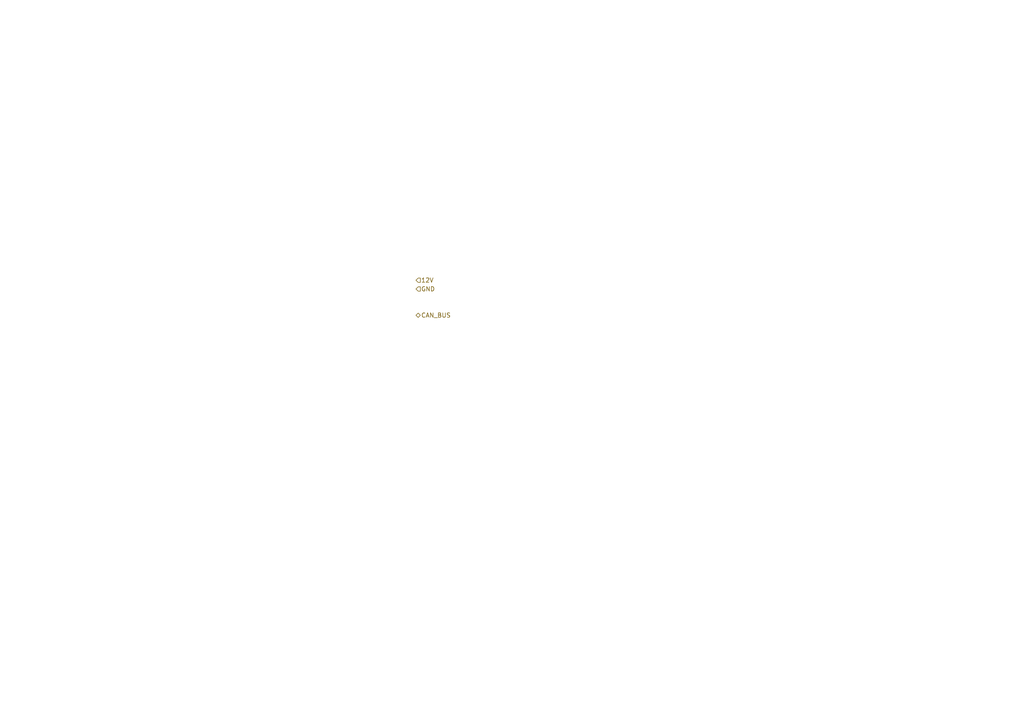
<source format=kicad_sch>
(kicad_sch (version 20211123) (generator eeschema)
  (paper "A4")
  (title_block (title "LV Subsystem interconnections") (date "2022-03-16") (rev "0.1") (company "Oxford University Racing") (comment 1 "Hugo Berg, Becky Hu, Lianfeng Shi") (comment 2 "Electronics team"))
  (lib_symbols)
  (hierarchical_label "GND" (shape input) (at 120.65 83.82 0))
  (hierarchical_label "12V" (shape input) (at 120.65 81.28 0))
  (hierarchical_label "CAN_BUS" (shape tri_state) (at 120.65 91.44 0))
)
</source>
